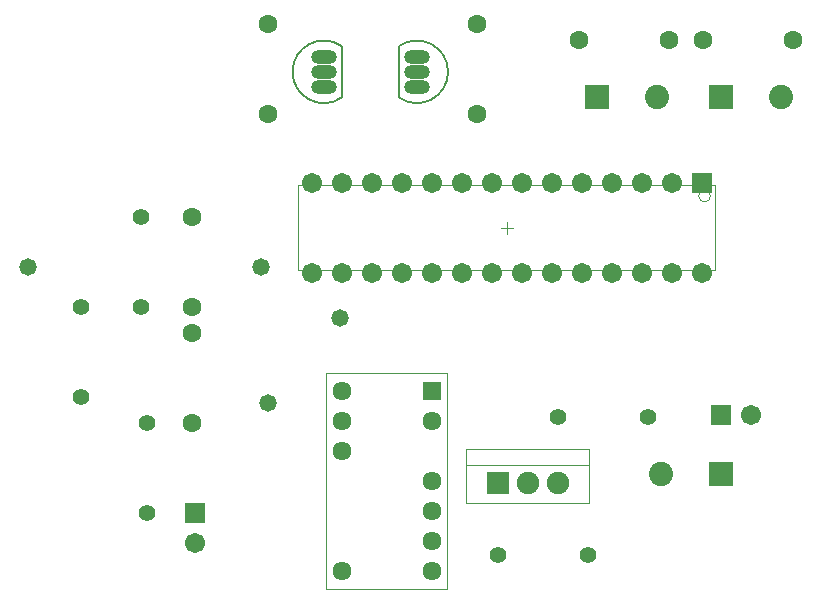
<source format=gts>
G04*
G04 #@! TF.GenerationSoftware,Altium Limited,Altium Designer,20.2.6 (244)*
G04*
G04 Layer_Color=8388736*
%FSLAX43Y43*%
%MOMM*%
G71*
G04*
G04 #@! TF.SameCoordinates,079793DD-F239-40BC-988E-7C0AFDBFEAAC*
G04*
G04*
G04 #@! TF.FilePolarity,Negative*
G04*
G01*
G75*
%ADD11C,0.200*%
%ADD16C,0.100*%
%ADD17C,0.050*%
%ADD18O,2.203X1.203*%
%ADD19O,2.203X1.203*%
%ADD20R,2.053X2.053*%
%ADD21C,2.053*%
%ADD22C,1.603*%
%ADD23C,1.903*%
%ADD24R,1.903X1.903*%
%ADD25C,1.703*%
%ADD26R,1.703X1.703*%
%ADD27C,1.403*%
%ADD28R,1.703X1.703*%
%ADD29C,1.611*%
%ADD30R,1.611X1.611*%
%ADD31C,1.473*%
D11*
X35183Y44311D02*
G03*
X35183Y48653I1520J2171D01*
G01*
X30349D02*
G03*
X30349Y44311I-1520J-2171D01*
G01*
X35183D02*
Y48653D01*
X30349Y44311D02*
Y48653D01*
D16*
X61573Y35974D02*
G03*
X61573Y35974I-500J0D01*
G01*
X40901Y9934D02*
X51301D01*
X40901D02*
Y14534D01*
X40901D02*
X51301D01*
Y9934D02*
Y14534D01*
X40901Y13234D02*
X51301D01*
X26673Y29674D02*
Y36874D01*
X61973Y29674D02*
Y36874D01*
X26673Y29674D02*
X61973D01*
X26673Y36874D02*
X61973D01*
X36203Y46482D02*
X37203D01*
X36703Y45982D02*
Y46982D01*
X45601Y11684D02*
X46601D01*
X46101Y11184D02*
Y12184D01*
X28829Y45982D02*
Y46982D01*
X28329Y46482D02*
X29329D01*
X43823Y33274D02*
X44823D01*
X44323Y32774D02*
Y33774D01*
D17*
X29033Y2667D02*
Y21001D01*
X39293D01*
Y2667D02*
Y21001D01*
X29033Y2667D02*
X39293D01*
D18*
X36703Y45212D02*
D03*
X28829Y47752D02*
D03*
D19*
X36703Y46482D02*
D03*
Y47752D02*
D03*
X28829Y45212D02*
D03*
Y46482D02*
D03*
D20*
X51943Y44323D02*
D03*
X62484D02*
D03*
Y12446D02*
D03*
D21*
X57023Y44323D02*
D03*
X67564D02*
D03*
X57404Y12446D02*
D03*
D22*
X68580Y49149D02*
D03*
X60960D02*
D03*
X58039D02*
D03*
X50419D02*
D03*
X24130Y42926D02*
D03*
Y50546D02*
D03*
X41783D02*
D03*
Y42926D02*
D03*
X17653Y16764D02*
D03*
Y24384D02*
D03*
Y34163D02*
D03*
Y26543D02*
D03*
D23*
X48641Y11684D02*
D03*
X46101D02*
D03*
D24*
X43561D02*
D03*
D25*
X65024Y17399D02*
D03*
X27813Y29464D02*
D03*
X30353D02*
D03*
X32893D02*
D03*
X35433D02*
D03*
X37973D02*
D03*
X40513D02*
D03*
X43053D02*
D03*
X45593D02*
D03*
X48133D02*
D03*
X50673D02*
D03*
X53213D02*
D03*
X55753D02*
D03*
X58293D02*
D03*
X60833D02*
D03*
X27813Y37084D02*
D03*
X30353D02*
D03*
X32893D02*
D03*
X35433D02*
D03*
X37973D02*
D03*
X40513D02*
D03*
X43053D02*
D03*
X45593D02*
D03*
X48133D02*
D03*
X50673D02*
D03*
X53213D02*
D03*
X55753D02*
D03*
X58293D02*
D03*
X17907Y6604D02*
D03*
D26*
X62484Y17399D02*
D03*
D27*
X51181Y5588D02*
D03*
X43561D02*
D03*
X56261Y17272D02*
D03*
X48641D02*
D03*
X13843Y9144D02*
D03*
Y16764D02*
D03*
X13335Y26543D02*
D03*
Y34163D02*
D03*
X8255Y26543D02*
D03*
Y18923D02*
D03*
D28*
X60833Y37084D02*
D03*
X17907Y9144D02*
D03*
D29*
X37973Y11811D02*
D03*
Y16891D02*
D03*
Y9271D02*
D03*
X30353Y16891D02*
D03*
Y14351D02*
D03*
X37973Y6731D02*
D03*
X30353Y4191D02*
D03*
X37973D02*
D03*
X30353Y19431D02*
D03*
D30*
X37973D02*
D03*
D31*
X30226Y25654D02*
D03*
X3810Y29972D02*
D03*
X23495D02*
D03*
X24130Y18415D02*
D03*
M02*

</source>
